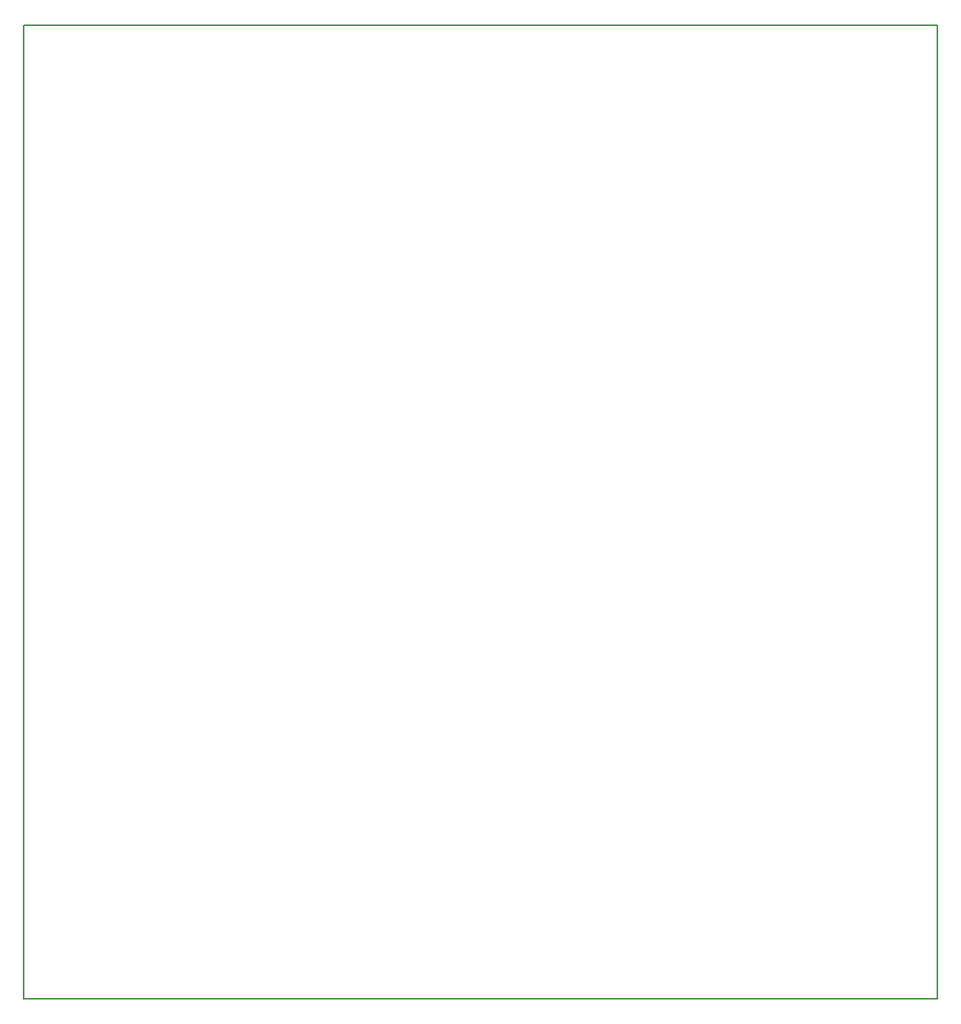
<source format=gbr>
%TF.GenerationSoftware,KiCad,Pcbnew,6.0.6+dfsg-1~bpo11+1*%
%TF.CreationDate,2023-11-30T19:30:28+01:00*%
%TF.ProjectId,touch,746f7563-682e-46b6-9963-61645f706362,rev?*%
%TF.SameCoordinates,Original*%
%TF.FileFunction,Profile,NP*%
%FSLAX46Y46*%
G04 Gerber Fmt 4.6, Leading zero omitted, Abs format (unit mm)*
G04 Created by KiCad (PCBNEW 6.0.6+dfsg-1~bpo11+1) date 2023-11-30 19:30:28*
%MOMM*%
%LPD*%
G01*
G04 APERTURE LIST*
%TA.AperFunction,Profile*%
%ADD10C,0.150000*%
%TD*%
G04 APERTURE END LIST*
D10*
X53820000Y-46920000D02*
X151950000Y-46920000D01*
X151950000Y-46920000D02*
X151950000Y-151440000D01*
X151950000Y-151440000D02*
X53820000Y-151440000D01*
X53820000Y-151440000D02*
X53820000Y-46920000D01*
M02*

</source>
